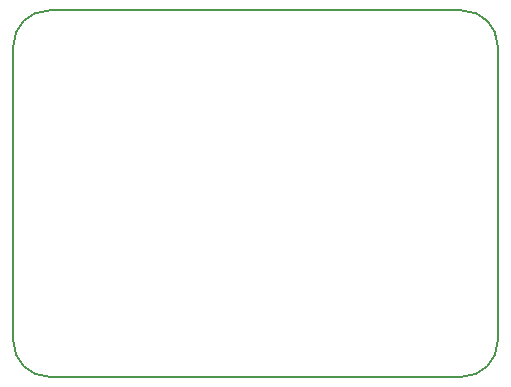
<source format=gbr>
%TF.GenerationSoftware,KiCad,Pcbnew,8.0.4*%
%TF.CreationDate,2024-08-10T16:36:54+03:00*%
%TF.ProjectId,KiCad_Course,4b694361-645f-4436-9f75-7273652e6b69,rev?*%
%TF.SameCoordinates,Original*%
%TF.FileFunction,Profile,NP*%
%FSLAX46Y46*%
G04 Gerber Fmt 4.6, Leading zero omitted, Abs format (unit mm)*
G04 Created by KiCad (PCBNEW 8.0.4) date 2024-08-10 16:36:54*
%MOMM*%
%LPD*%
G01*
G04 APERTURE LIST*
%TA.AperFunction,Profile*%
%ADD10C,0.200000*%
%TD*%
G04 APERTURE END LIST*
D10*
X115850000Y-120250000D02*
G75*
G02*
X112850000Y-117250000I0J3000000D01*
G01*
X112850000Y-92250000D02*
G75*
G02*
X115850000Y-89250000I3000000J0D01*
G01*
X150850000Y-89250000D02*
G75*
G02*
X153850000Y-92250000I0J-3000000D01*
G01*
X112850000Y-117250000D02*
X112850000Y-92250000D01*
X153850000Y-117250000D02*
G75*
G02*
X150850000Y-120250000I-3000000J0D01*
G01*
X150850000Y-89250000D02*
X115850000Y-89250000D01*
X150850000Y-120250000D02*
X115850000Y-120250000D01*
X153850000Y-117250000D02*
X153850000Y-92250000D01*
M02*

</source>
